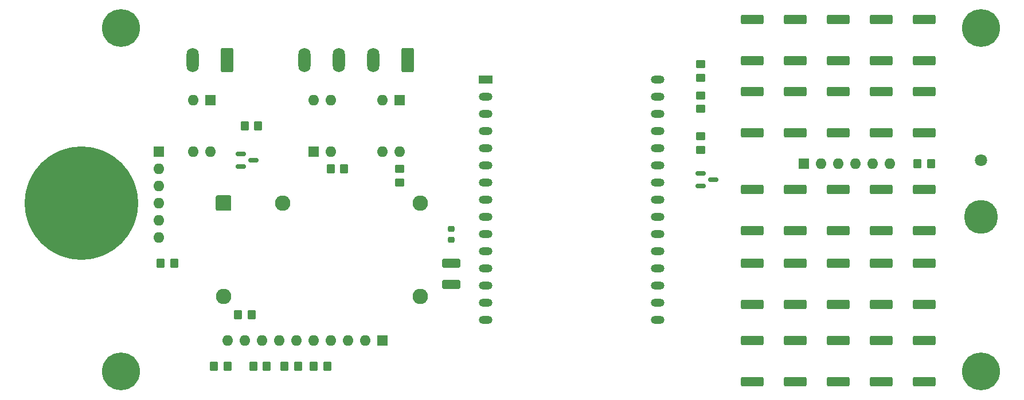
<source format=gbr>
%TF.GenerationSoftware,KiCad,Pcbnew,8.0.8+1*%
%TF.CreationDate,2025-02-28T13:17:03+11:00*%
%TF.ProjectId,vmon,766d6f6e-2e6b-4696-9361-645f70636258,rev?*%
%TF.SameCoordinates,Original*%
%TF.FileFunction,Soldermask,Top*%
%TF.FilePolarity,Negative*%
%FSLAX46Y46*%
G04 Gerber Fmt 4.6, Leading zero omitted, Abs format (unit mm)*
G04 Created by KiCad (PCBNEW 8.0.8+1) date 2025-02-28 13:17:03*
%MOMM*%
%LPD*%
G01*
G04 APERTURE LIST*
G04 Aperture macros list*
%AMRoundRect*
0 Rectangle with rounded corners*
0 $1 Rounding radius*
0 $2 $3 $4 $5 $6 $7 $8 $9 X,Y pos of 4 corners*
0 Add a 4 corners polygon primitive as box body*
4,1,4,$2,$3,$4,$5,$6,$7,$8,$9,$2,$3,0*
0 Add four circle primitives for the rounded corners*
1,1,$1+$1,$2,$3*
1,1,$1+$1,$4,$5*
1,1,$1+$1,$6,$7*
1,1,$1+$1,$8,$9*
0 Add four rect primitives between the rounded corners*
20,1,$1+$1,$2,$3,$4,$5,0*
20,1,$1+$1,$4,$5,$6,$7,0*
20,1,$1+$1,$6,$7,$8,$9,0*
20,1,$1+$1,$8,$9,$2,$3,0*%
G04 Aperture macros list end*
%ADD10RoundRect,0.250000X-0.350000X-0.450000X0.350000X-0.450000X0.350000X0.450000X-0.350000X0.450000X0*%
%ADD11R,2.000000X1.200000*%
%ADD12O,2.000000X1.200000*%
%ADD13R,1.600000X1.600000*%
%ADD14O,1.600000X1.600000*%
%ADD15RoundRect,0.250000X0.650000X1.550000X-0.650000X1.550000X-0.650000X-1.550000X0.650000X-1.550000X0*%
%ADD16O,1.800000X3.600000*%
%ADD17RoundRect,0.249999X1.425001X-0.450001X1.425001X0.450001X-1.425001X0.450001X-1.425001X-0.450001X0*%
%ADD18RoundRect,0.249999X-1.425001X0.450001X-1.425001X-0.450001X1.425001X-0.450001X1.425001X0.450001X0*%
%ADD19RoundRect,0.250000X0.350000X0.450000X-0.350000X0.450000X-0.350000X-0.450000X0.350000X-0.450000X0*%
%ADD20RoundRect,0.250000X-1.100000X0.412500X-1.100000X-0.412500X1.100000X-0.412500X1.100000X0.412500X0*%
%ADD21C,3.600000*%
%ADD22C,5.600000*%
%ADD23RoundRect,0.250000X-0.450000X0.350000X-0.450000X-0.350000X0.450000X-0.350000X0.450000X0.350000X0*%
%ADD24RoundRect,0.250000X-0.893000X0.893000X-0.893000X-0.893000X0.893000X-0.893000X0.893000X0.893000X0*%
%ADD25C,2.286000*%
%ADD26C,2.900000*%
%ADD27C,5.000000*%
%ADD28RoundRect,0.250000X0.450000X-0.350000X0.450000X0.350000X-0.450000X0.350000X-0.450000X-0.350000X0*%
%ADD29C,8.800000*%
%ADD30C,16.800000*%
%ADD31RoundRect,0.150000X-0.587500X-0.150000X0.587500X-0.150000X0.587500X0.150000X-0.587500X0.150000X0*%
%ADD32RoundRect,0.225000X0.250000X-0.225000X0.250000X0.225000X-0.250000X0.225000X-0.250000X-0.225000X0*%
%ADD33C,1.800000*%
G04 APERTURE END LIST*
D10*
%TO.C,R7*%
X61738000Y-108458000D03*
X63738000Y-108458000D03*
%TD*%
D11*
%TO.C,U1*%
X109728000Y-81280000D03*
D12*
X109728000Y-83820000D03*
X109728000Y-86360000D03*
X109728000Y-88900000D03*
X109728000Y-91440000D03*
X109728000Y-93980000D03*
X109728000Y-96520000D03*
X109728000Y-99060000D03*
X109728000Y-101600000D03*
X109728000Y-104140000D03*
X109728000Y-106680000D03*
X109728000Y-109220000D03*
X109728000Y-111760000D03*
X109728000Y-114300000D03*
X109728000Y-116840000D03*
X135128000Y-116840000D03*
X135128000Y-114300000D03*
X135128000Y-111760000D03*
X135128000Y-109220000D03*
X135128000Y-106680000D03*
X135128000Y-104140000D03*
X135128000Y-101600000D03*
X135128000Y-99060000D03*
X135128000Y-96520000D03*
X135128000Y-93980000D03*
X135128000Y-91440000D03*
X135128000Y-88900000D03*
X135128000Y-86360000D03*
X135128000Y-83820000D03*
X135128000Y-81280000D03*
%TD*%
D13*
%TO.C,U6*%
X97028000Y-84328000D03*
D14*
X94488000Y-84328000D03*
X94488000Y-91948000D03*
X97028000Y-91948000D03*
%TD*%
D15*
%TO.C,J4*%
X98243000Y-78370500D03*
D16*
X93163000Y-78370500D03*
X88083000Y-78370500D03*
X83003000Y-78370500D03*
%TD*%
D17*
%TO.C,R12*%
X149098000Y-78484000D03*
X149098000Y-72384000D03*
%TD*%
%TO.C,R23*%
X155448000Y-103634000D03*
X155448000Y-97534000D03*
%TD*%
%TO.C,R35*%
X168148000Y-125984000D03*
X168148000Y-119884000D03*
%TD*%
%TO.C,R24*%
X161798000Y-103634000D03*
X161798000Y-97534000D03*
%TD*%
D18*
%TO.C,R20*%
X168148000Y-83054000D03*
X168148000Y-89154000D03*
%TD*%
D19*
%TO.C,R2*%
X77438000Y-123698000D03*
X75438000Y-123698000D03*
%TD*%
D20*
%TO.C,C1*%
X104648000Y-108458000D03*
X104648000Y-111583000D03*
%TD*%
D17*
%TO.C,R22*%
X149098000Y-103634000D03*
X149098000Y-97534000D03*
%TD*%
D18*
%TO.C,R21*%
X174498000Y-83054000D03*
X174498000Y-89154000D03*
%TD*%
D21*
%TO.C,H1*%
X55880000Y-73660000D03*
D22*
X55880000Y-73660000D03*
%TD*%
D23*
%TO.C,R37*%
X141478000Y-78994000D03*
X141478000Y-80994000D03*
%TD*%
D13*
%TO.C,U3*%
X61468000Y-91948000D03*
D14*
X61468000Y-94488000D03*
X61468000Y-97028000D03*
X61468000Y-99568000D03*
X61468000Y-102108000D03*
X61468000Y-104648000D03*
%TD*%
D21*
%TO.C,H4*%
X182880000Y-124460000D03*
D22*
X182880000Y-124460000D03*
%TD*%
D17*
%TO.C,R26*%
X174498000Y-103634000D03*
X174498000Y-97534000D03*
%TD*%
D19*
%TO.C,R3*%
X71612000Y-123698000D03*
X69612000Y-123698000D03*
%TD*%
D15*
%TO.C,J3*%
X71573000Y-78370500D03*
D16*
X66493000Y-78370500D03*
%TD*%
D17*
%TO.C,R34*%
X161798000Y-125984000D03*
X161798000Y-119884000D03*
%TD*%
D19*
%TO.C,R9*%
X86360000Y-123698000D03*
X84360000Y-123698000D03*
%TD*%
D18*
%TO.C,R28*%
X155448000Y-108454000D03*
X155448000Y-114554000D03*
%TD*%
%TO.C,R30*%
X168148000Y-108454000D03*
X168148000Y-114554000D03*
%TD*%
%TO.C,R19*%
X161798000Y-83054000D03*
X161798000Y-89154000D03*
%TD*%
D13*
%TO.C,U4*%
X156718000Y-93724000D03*
D14*
X159258000Y-93724000D03*
X161798000Y-93724000D03*
X164338000Y-93724000D03*
X166878000Y-93724000D03*
X169418000Y-93724000D03*
%TD*%
D18*
%TO.C,R27*%
X149098000Y-108454000D03*
X149098000Y-114554000D03*
%TD*%
D13*
%TO.C,U5*%
X69093000Y-84338000D03*
D14*
X66553000Y-84338000D03*
X66553000Y-91958000D03*
X69093000Y-91958000D03*
%TD*%
D24*
%TO.C,U2*%
X71098000Y-99551400D03*
D25*
X71098000Y-113351400D03*
X100098000Y-113351400D03*
X100098000Y-99551400D03*
X79756000Y-99568000D03*
%TD*%
D19*
%TO.C,R1*%
X76168000Y-88138000D03*
X74168000Y-88138000D03*
%TD*%
D21*
%TO.C,H3*%
X182880000Y-73660000D03*
D22*
X182880000Y-73660000D03*
%TD*%
D26*
%TO.C,H2*%
X182880000Y-101600000D03*
D27*
X182880000Y-101600000D03*
%TD*%
D28*
%TO.C,R5*%
X97028000Y-96504000D03*
X97028000Y-94504000D03*
%TD*%
D29*
%TO.C,B12+1*%
X50038000Y-99568000D03*
D30*
X50038000Y-99568000D03*
%TD*%
D13*
%TO.C,U8*%
X94488000Y-119888000D03*
D14*
X91948000Y-119888000D03*
X89408000Y-119888000D03*
X86868000Y-119888000D03*
X84328000Y-119888000D03*
X81788000Y-119888000D03*
X79248000Y-119888000D03*
X76708000Y-119888000D03*
X74168000Y-119888000D03*
X71628000Y-119888000D03*
%TD*%
D13*
%TO.C,U7*%
X84328000Y-91948000D03*
D14*
X86868000Y-91948000D03*
X86868000Y-84328000D03*
X84328000Y-84328000D03*
%TD*%
D17*
%TO.C,R13*%
X155448000Y-78484000D03*
X155448000Y-72384000D03*
%TD*%
%TO.C,R33*%
X155448000Y-125984000D03*
X155448000Y-119884000D03*
%TD*%
%TO.C,R36*%
X174498000Y-125984000D03*
X174498000Y-119884000D03*
%TD*%
D31*
%TO.C,Q2*%
X141478000Y-95128000D03*
X141478000Y-97028000D03*
X143353000Y-96078000D03*
%TD*%
D21*
%TO.C,H5*%
X55880000Y-124460000D03*
D22*
X55880000Y-124460000D03*
%TD*%
D23*
%TO.C,R11*%
X141478000Y-89678000D03*
X141478000Y-91678000D03*
%TD*%
D18*
%TO.C,R18*%
X155448000Y-83054000D03*
X155448000Y-89154000D03*
%TD*%
D17*
%TO.C,R25*%
X168148000Y-103634000D03*
X168148000Y-97534000D03*
%TD*%
D19*
%TO.C,R4*%
X75168000Y-116078000D03*
X73168000Y-116078000D03*
%TD*%
D32*
%TO.C,C2*%
X104648000Y-104928000D03*
X104648000Y-103378000D03*
%TD*%
D17*
%TO.C,R14*%
X161798000Y-78484000D03*
X161798000Y-72384000D03*
%TD*%
D18*
%TO.C,R29*%
X161798000Y-108454000D03*
X161798000Y-114554000D03*
%TD*%
D31*
%TO.C,Q1*%
X73563000Y-92268000D03*
X73563000Y-94168000D03*
X75438000Y-93218000D03*
%TD*%
D17*
%TO.C,R15*%
X168148000Y-78484000D03*
X168148000Y-72384000D03*
%TD*%
D18*
%TO.C,R17*%
X149098000Y-83054000D03*
X149098000Y-89154000D03*
%TD*%
D17*
%TO.C,R16*%
X174498000Y-78484000D03*
X174498000Y-72384000D03*
%TD*%
D10*
%TO.C,R6*%
X86868000Y-94488000D03*
X88868000Y-94488000D03*
%TD*%
D18*
%TO.C,R31*%
X174498000Y-108454000D03*
X174498000Y-114554000D03*
%TD*%
D23*
%TO.C,R38*%
X141478000Y-83598000D03*
X141478000Y-85598000D03*
%TD*%
D19*
%TO.C,R8*%
X82026000Y-123698000D03*
X80026000Y-123698000D03*
%TD*%
D33*
%TO.C,TP1*%
X182880000Y-93218000D03*
%TD*%
D19*
%TO.C,R10*%
X175498000Y-93724000D03*
X173498000Y-93724000D03*
%TD*%
D17*
%TO.C,R32*%
X149098000Y-125984000D03*
X149098000Y-119884000D03*
%TD*%
M02*

</source>
